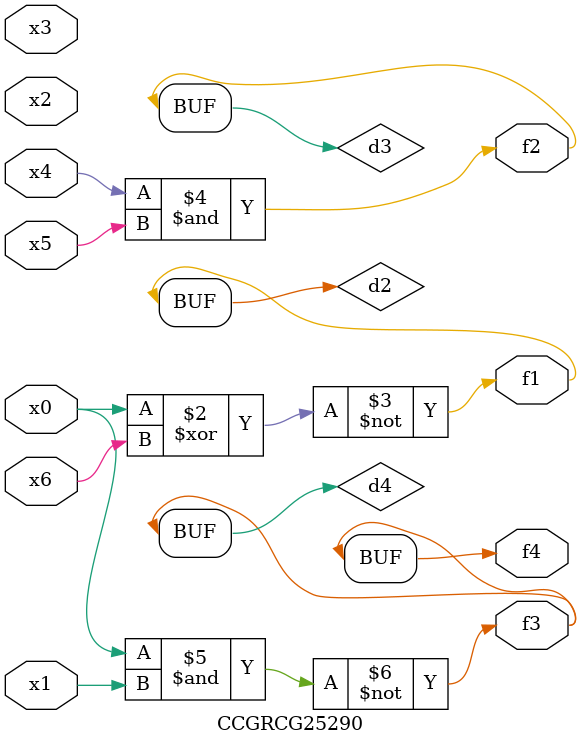
<source format=v>
module CCGRCG25290(
	input x0, x1, x2, x3, x4, x5, x6,
	output f1, f2, f3, f4
);

	wire d1, d2, d3, d4;

	nor (d1, x0);
	xnor (d2, x0, x6);
	and (d3, x4, x5);
	nand (d4, x0, x1);
	assign f1 = d2;
	assign f2 = d3;
	assign f3 = d4;
	assign f4 = d4;
endmodule

</source>
